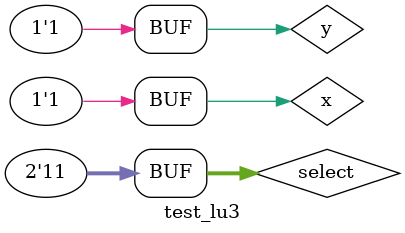
<source format=v>
module lu3 (output s, input a, input b, input [1:0] selecao);
       wire s1,s2,s3,s4,s5,s6;
       // Portas Principais da LU
       xor X1 ( s1, a, b);
       xnor XN1 ( s2, a, b);
       or O1 ( s3, a, b);
       nor NO1 ( s4, a, b);
       // Mux's
       mux Mx1 (s5,s4,s3,selecao[0]);
       mux Mx2 (s6,s2,s1,selecao[0]);
       mux Mx3 (s,s6,s5,selecao[1]);
endmodule // lu3

module mux (output s, input a, input b, input selecao);
       wire selecao2,s7,s8;
       not N1 ( selecao2, selecao);
       and A2 ( s7, a, selecao);
       and A3 ( s8, b, selecao2);
       or O2 ( s, s7, s8);
endmodule // mux

module test_lu3;
       // ------------------------- definir dados
       reg x;
       reg y;
       reg [1:0] select;
       wire z;
       lu3 modulo (z, x, y, select);
       // ------------------------- parte principal
       initial begin
               $display("Exemplo0034 - Willian Antonio dos Santos - 462020");
               $display("Test lu3 module");
               x = 0; y = 0;select = 0;
               $monitor("Entradas: %b %b | Selecao: %2b => Saidas: %b",x,y,select,z);
               #1 x = 0; y = 1;select = 0;
               #1 x = 1; y = 0;select = 0;
               #1 x = 1; y = 1;select = 0;
               #1 $display("----------------------------------------");
               #1 x = 0; y = 0;select = 1;
               #1 x = 0; y = 1;select = 1;
               #1 x = 1; y = 0;select = 1;
               #1 x = 1; y = 1;select = 1;
               #1 $display("----------------------------------------");
               #1 x = 0; y = 0;select = 2;
               #1 x = 0; y = 1;select = 2;
               #1 x = 1; y = 0;select = 2;
               #1 x = 1; y = 1;select = 2;
               #1 $display("----------------------------------------");
               #1 x = 0; y = 0;select = 3;
               #1 x = 0; y = 1;select = 3;
               #1 x = 1; y = 0;select = 3;
               #1 x = 1; y = 1;select = 3;
               #1 $display("----------------------------------------");
       end
endmodule // test_lu3
</source>
